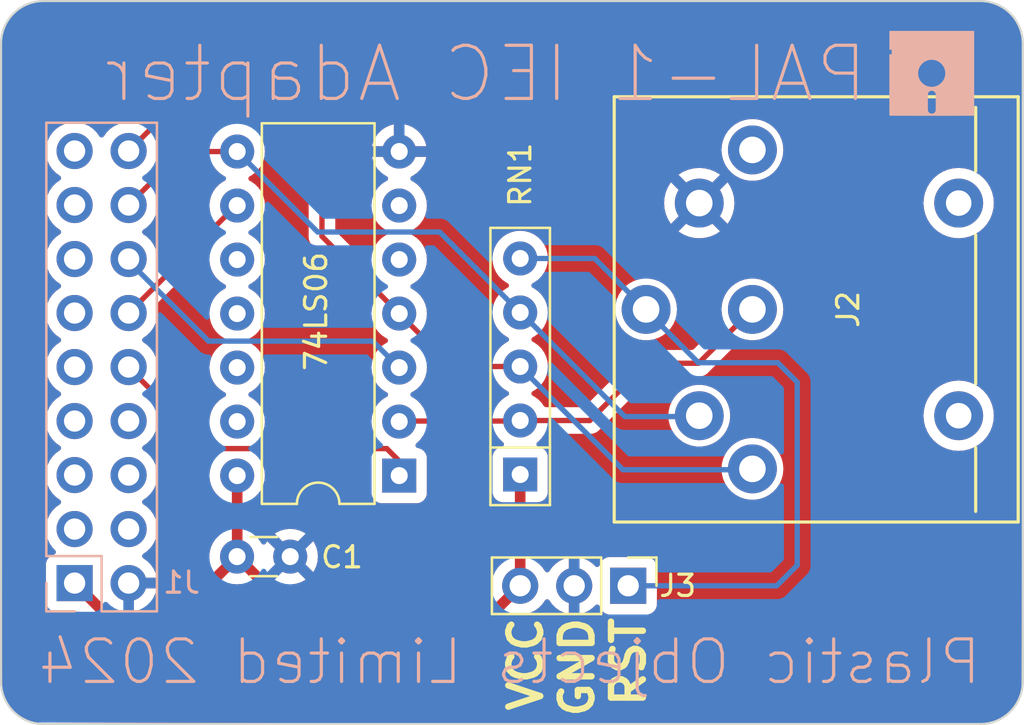
<source format=kicad_pcb>
(kicad_pcb (version 20221018) (generator pcbnew)
  (layers (0 "F.Cu" signal) (31 "B.Cu" signal) (34 "B.Paste" user) (35 "F.Paste" user) (36 "B.SilkS" user "B.Silkscreen") (37 "F.SilkS" user "F.Silkscreen") (38 "B.Mask" user) (39 "F.Mask" user) (44 "Edge.Cuts" user))
  (net 0 "")
  (net 1 "VCC")
  (net 2 "GND")
  (net 10 "PA3")
  (net 12 "PA4")
  (net 14 "PA5")
  (net 16 "CLK")
  (net 18 "DATA")
  (net 19 "~{RESET}")
  (net 20 "/SRQ")
  (net 21 "ATT")
  (footprint "Connector_PinHeader_2.54mm:PinHeader_1x03_P2.54mm_Vertical" (layer "F.Cu") (at 186.944 110.9726 -90)
    (fp_text reference "J3" (at 0 -2.33 -180) (layer "F.SilkS"))
    (fp_text value "Conn_Ext")
    (fp_line (start -1.33 -1.33) (end 0 -1.33) (stroke (width 0.12)) (layer "F.SilkS"))
    (fp_line (start -1.33 0) (end -1.33 -1.33) (stroke (width 0.12)) (layer "F.SilkS"))
    (fp_line (start -1.33 1.27) (end -1.33 6.41) (stroke (width 0.12)) (layer "F.SilkS"))
    (fp_line (start -1.33 1.27) (end 1.33 1.27) (stroke (width 0.12)) (layer "F.SilkS"))
    (fp_line (start -1.33 6.41) (end 1.33 6.41) (stroke (width 0.12)) (layer "F.SilkS"))
    (fp_line (start 1.33 1.27) (end 1.33 6.41) (stroke (width 0.12)) (layer "F.SilkS"))
    (pad "1" thru_hole rect (at 0 0 270) (size 1.7 1.7) (drill 1) (layers "*.Cu" "*.Mask") (net 19 "~{RESET}"))
    (pad "2" thru_hole oval (at 0 2.54 270) (size 1.7 1.7) (drill 1) (layers "*.Cu" "*.Mask") (net 2 "GND"))
    (pad "3" thru_hole oval (at 0 5.08 270) (size 1.7 1.7) (drill 1) (layers "*.Cu" "*.Mask") (net 1 "VCC"))
  )
  (footprint "Capacitor_THT:C_Disc_D3.0mm_W1.6mm_P2.50mm" (layer "F.Cu") (at 168.549 109.601)
    (fp_text reference "C1" (at 4.933 0.0254) (layer "F.SilkS"))
    (fp_text value "0.1uF")
    (fp_line (start 0.621 -0.92) (end 1.879 -0.92) (stroke (width 0.12)) (layer "F.SilkS"))
    (fp_line (start 0.621 0.92) (end 1.879 0.92) (stroke (width 0.12)) (layer "F.SilkS"))
    (pad "1" thru_hole circle (at 0 0) (size 1.6 1.6) (drill 0.8) (layers "*.Cu" "*.Mask") (net 1 "VCC"))
    (pad "2" thru_hole circle (at 2.5 0) (size 1.6 1.6) (drill 0.8) (layers "*.Cu" "*.Mask") (net 2 "GND"))
  )
  (footprint "Commodore:DIN-6" (layer "F.Cu") (at 192.786 97.9748 -90)
    (fp_text reference "J2" (at 0 -4.5 90) (layer "F.SilkS"))
    (fp_text value "DIN-6")
    (fp_line (start -10 -12.5) (end -10 6.5) (stroke (width 0.15)) (layer "F.SilkS"))
    (fp_line (start -10 6.5) (end 10 6.5) (stroke (width 0.15)) (layer "F.SilkS"))
    (fp_line (start -9.5 -10.5) (end -6.5 -10.5) (stroke (width 0.15)) (layer "F.SilkS"))
    (fp_line (start -3.5 -10.5) (end 3.5 -10.5) (stroke (width 0.15)) (layer "F.SilkS"))
    (fp_line (start 6.5 -10.5) (end 9.5 -10.5) (stroke (width 0.15)) (layer "F.SilkS"))
    (fp_line (start 10 -12.5) (end -10 -12.5) (stroke (width 0.15)) (layer "F.SilkS"))
    (fp_line (start 10 6.5) (end 10 -12.5) (stroke (width 0.15)) (layer "F.SilkS"))
    (pad "" thru_hole circle (at -5 -9.7 270) (size 2.3 2.3) (drill 1.2) (layers "*.Cu" "*.Mask"))
    (pad "" thru_hole circle (at 5 -9.7 270) (size 2.3 2.3) (drill 1.2) (layers "*.Cu" "*.Mask"))
    (pad "1" thru_hole circle (at -7.5 0 270) (size 2.3 2.3) (drill 1.25) (layers "*.Cu" "*.Mask") (net 20 "/SRQ") (clearance 0.3))
    (pad "2" thru_hole circle (at -5 2.5 270) (size 2.3 2.3) (drill 1.25) (layers "*.Cu" "*.Mask") (net 2 "GND") (clearance 0.3))
    (pad "3" thru_hole circle (at 0 0 270) (size 2.3 2.3) (drill 1.25) (layers "*.Cu" "*.Mask") (net 21 "ATT") (clearance 0.3))
    (pad "4" thru_hole circle (at 5 2.5 270) (size 2.3 2.3) (drill 1.25) (layers "*.Cu" "*.Mask") (net 16 "CLK") (clearance 0.3))
    (pad "5" thru_hole circle (at 7.5 0) (size 2.3 2.3) (drill 1.25) (layers "*.Cu" "*.Mask") (net 18 "DATA") (clearance 0.3))
    (pad "6" thru_hole circle (at 0 5 270) (size 2.3 2.3) (drill 1.25) (layers "*.Cu" "*.Mask") (net 19 "~{RESET}") (clearance 0.3))
  )
  (footprint "Package_DIP:DIP-14_W7.62mm" (layer "F.Cu") (at 176.1744 105.791 180)
    (fp_text reference "U1" hide)
    (fp_text value "74LS06" (at 3.9116 7.7216 90) (layer "F.SilkS"))
    (fp_line (start 1.16 -1.33) (end 1.16 16.57) (stroke (width 0.12)) (layer "F.SilkS"))
    (fp_line (start 1.16 16.57) (end 6.46 16.57) (stroke (width 0.12)) (layer "F.SilkS"))
    (fp_line (start 2.81 -1.33) (end 1.16 -1.33) (stroke (width 0.12)) (layer "F.SilkS"))
    (fp_line (start 6.46 -1.33) (end 4.81 -1.33) (stroke (width 0.12)) (layer "F.SilkS"))
    (fp_line (start 6.46 16.57) (end 6.46 -1.33) (stroke (width 0.12)) (layer "F.SilkS"))
    (fp_arc (start 4.81 -1.33) (mid 3.81 -0.33) (end 2.81 -1.33) (stroke (width 0.12)) (layer "F.SilkS"))
    (pad "1" thru_hole rect (at 0 0 180) (size 1.6 1.6) (drill 0.8) (layers "*.Cu" "*.Mask") (net 10 "PA3"))
    (pad "2" thru_hole oval (at 0 2.54 180) (size 1.6 1.6) (drill 0.8) (layers "*.Cu" "*.Mask") (net 21 "ATT"))
    (pad "3" thru_hole oval (at 0 5.08 180) (size 1.6 1.6) (drill 0.8) (layers "*.Cu" "*.Mask") (net 14 "PA5"))
    (pad "4" thru_hole oval (at 0 7.62 180) (size 1.6 1.6) (drill 0.8) (layers "*.Cu" "*.Mask") (net 18 "DATA"))
    (pad "5" thru_hole oval (at 0 10.16 180) (size 1.6 1.6) (drill 0.8) (layers "*.Cu" "*.Mask"))
    (pad "6" thru_hole oval (at 0 12.7 180) (size 1.6 1.6) (drill 0.8) (layers "*.Cu" "*.Mask"))
    (pad "7" thru_hole oval (at 0 15.24 180) (size 1.6 1.6) (drill 0.8) (layers "*.Cu" "*.Mask") (net 2 "GND"))
    (pad "8" thru_hole oval (at 7.62 15.24 180) (size 1.6 1.6) (drill 0.8) (layers "*.Cu" "*.Mask") (net 16 "CLK"))
    (pad "9" thru_hole oval (at 7.62 12.7 180) (size 1.6 1.6) (drill 0.8) (layers "*.Cu" "*.Mask") (net 12 "PA4"))
    (pad "10" thru_hole oval (at 7.62 10.16 180) (size 1.6 1.6) (drill 0.8) (layers "*.Cu" "*.Mask"))
    (pad "11" thru_hole oval (at 7.62 7.62 180) (size 1.6 1.6) (drill 0.8) (layers "*.Cu" "*.Mask"))
    (pad "12" thru_hole oval (at 7.62 5.08 180) (size 1.6 1.6) (drill 0.8) (layers "*.Cu" "*.Mask"))
    (pad "13" thru_hole oval (at 7.62 2.54 180) (size 1.6 1.6) (drill 0.8) (layers "*.Cu" "*.Mask"))
    (pad "14" thru_hole oval (at 7.62 0 180) (size 1.6 1.6) (drill 0.8) (layers "*.Cu" "*.Mask") (net 1 "VCC"))
  )
  (footprint "Resistor_THT:R_Array_SIP5" (layer "F.Cu") (at 181.864 105.7402 90)
    (fp_text reference "RN1" (at 14.097 0 90) (layer "F.SilkS"))
    (fp_text value "1K" hide)
    (fp_line (start -1.44 -1.4) (end -1.44 1.4) (stroke (width 0.12)) (layer "F.SilkS"))
    (fp_line (start -1.44 1.4) (end 11.6 1.4) (stroke (width 0.12)) (layer "F.SilkS"))
    (fp_line (start 1.27 -1.4) (end 1.27 1.4) (stroke (width 0.12)) (layer "F.SilkS"))
    (fp_line (start 11.6 -1.4) (end -1.44 -1.4) (stroke (width 0.12)) (layer "F.SilkS"))
    (fp_line (start 11.6 1.4) (end 11.6 -1.4) (stroke (width 0.12)) (layer "F.SilkS"))
    (pad "1" thru_hole rect (at 0 0 90) (size 1.6 1.6) (drill 0.8) (layers "*.Cu" "*.Mask") (net 1 "VCC"))
    (pad "2" thru_hole oval (at 2.54 0 90) (size 1.6 1.6) (drill 0.8) (layers "*.Cu" "*.Mask") (net 21 "ATT"))
    (pad "3" thru_hole oval (at 5.08 0 90) (size 1.6 1.6) (drill 0.8) (layers "*.Cu" "*.Mask") (net 18 "DATA"))
    (pad "4" thru_hole oval (at 7.62 0 90) (size 1.6 1.6) (drill 0.8) (layers "*.Cu" "*.Mask") (net 16 "CLK"))
    (pad "5" thru_hole oval (at 10.16 0 90) (size 1.6 1.6) (drill 0.8) (layers "*.Cu" "*.Mask") (net 19 "~{RESET}"))
  )
  (footprint "Connector_PinHeader_2.54mm:PinHeader_2x09_P2.54mm_Vertical" (layer "B.Cu") (at 160.909 110.8456)
    (fp_text reference "J1" (at 5.0292 -0.0254) (layer "B.SilkS") (effects (justify mirror)))
    (fp_text value "Conn_RIOT")
    (fp_line (start -1.33 -21.65) (end 3.87 -21.65) (stroke (width 0.12)) (layer "B.SilkS"))
    (fp_line (start -1.33 -1.27) (end -1.33 -21.65) (stroke (width 0.12)) (layer "B.SilkS"))
    (fp_line (start -1.33 -1.27) (end 1.27 -1.27) (stroke (width 0.12)) (layer "B.SilkS"))
    (fp_line (start -1.33 0) (end -1.33 1.33) (stroke (width 0.12)) (layer "B.SilkS"))
    (fp_line (start -1.33 1.33) (end 0 1.33) (stroke (width 0.12)) (layer "B.SilkS"))
    (fp_line (start 1.27 -1.27) (end 1.27 1.33) (stroke (width 0.12)) (layer "B.SilkS"))
    (fp_line (start 1.27 1.33) (end 3.87 1.33) (stroke (width 0.12)) (layer "B.SilkS"))
    (fp_line (start 3.87 1.33) (end 3.87 -21.65) (stroke (width 0.12)) (layer "B.SilkS"))
    (pad "1" thru_hole rect (at 0 0) (size 1.7 1.7) (drill 1) (layers "*.Cu" "*.Mask") (net 1 "VCC"))
    (pad "2" thru_hole oval (at 2.54 0) (size 1.7 1.7) (drill 1) (layers "*.Cu" "*.Mask") (net 2 "GND"))
    (pad "3" thru_hole oval (at 0 -2.54) (size 1.7 1.7) (drill 1) (layers "*.Cu" "*.Mask"))
    (pad "4" thru_hole oval (at 2.54 -2.54) (size 1.7 1.7) (drill 1) (layers "*.Cu" "*.Mask"))
    (pad "5" thru_hole oval (at 0 -5.08) (size 1.7 1.7) (drill 1) (layers "*.Cu" "*.Mask"))
    (pad "6" thru_hole oval (at 2.54 -5.08) (size 1.7 1.7) (drill 1) (layers "*.Cu" "*.Mask"))
    (pad "7" thru_hole oval (at 0 -7.62) (size 1.7 1.7) (drill 1) (layers "*.Cu" "*.Mask"))
    (pad "8" thru_hole oval (at 2.54 -7.62) (size 1.7 1.7) (drill 1) (layers "*.Cu" "*.Mask"))
    (pad "9" thru_hole oval (at 0 -10.16) (size 1.7 1.7) (drill 1) (layers "*.Cu" "*.Mask"))
    (pad "10" thru_hole oval (at 2.54 -10.16) (size 1.7 1.7) (drill 1) (layers "*.Cu" "*.Mask") (net 10 "PA3"))
    (pad "11" thru_hole oval (at 0 -12.7) (size 1.7 1.7) (drill 1) (layers "*.Cu" "*.Mask"))
    (pad "12" thru_hole oval (at 2.54 -12.7) (size 1.7 1.7) (drill 1) (layers "*.Cu" "*.Mask") (net 12 "PA4"))
    (pad "13" thru_hole oval (at 0 -15.24) (size 1.7 1.7) (drill 1) (layers "*.Cu" "*.Mask"))
    (pad "14" thru_hole oval (at 2.54 -15.24) (size 1.7 1.7) (drill 1) (layers "*.Cu" "*.Mask") (net 14 "PA5"))
    (pad "15" thru_hole oval (at 0 -17.78) (size 1.7 1.7) (drill 1) (layers "*.Cu" "*.Mask"))
    (pad "16" thru_hole oval (at 2.54 -17.78) (size 1.7 1.7) (drill 1) (layers "*.Cu" "*.Mask") (net 16 "CLK"))
    (pad "17" thru_hole oval (at 0 -20.32) (size 1.7 1.7) (drill 1) (layers "*.Cu" "*.Mask"))
    (pad "18" thru_hole oval (at 2.54 -20.32) (size 1.7 1.7) (drill 1) (layers "*.Cu" "*.Mask") (net 18 "DATA"))
  )
  (footprint "LOGO" (layer "B.Cu") (at 201.2188 86.868 180)
    (fp_text reference "G***" hide)
    (fp_text value "LOGO" hide)
    (fp_poly (pts (xy 1.990374 1.549191) (xy 1.990374 1.108008) (xy 1.936489 1.10464) (xy 1.882604 1.101272) (xy 1.882604 0.99687) (xy 1.882604 0.892468) (xy 1.938173 0.890512) (xy 1.993742 0.888556) (xy 1.993742 -0.552196) (xy 1.993718 -0.690535) (xy 1.99365 -0.825288) (xy 1.993539 -0.955838) (xy 1.993387 -1.081565) (xy 1.993196 -1.201852) (xy 1.992969 -1.31608) (xy 1.992707 -1.42363) (xy 1.992414 -1.523886) (xy 1.992091 -1.616228) (xy 1.991739 -1.700038) (xy 1.991362 -1.774698) (xy 1.990962 -1.83959) (xy 1.990541 -1.894095) (xy 1.9901 -1.937596) (xy 1.989642 -1.969473) (xy 1.98917 -1.989109) (xy 1.98869 -1.995883) (xy 1.981278 -1.996339) (xy 1.961083 -1.996787) (xy 1.928792 -1.997226) (xy 1.885094 -1.997654) (xy 1.830675 -1.998072) (xy 1.766224 -1.998477) (xy 1.692429 -1.998868) (xy 1.609977 -1.999246) (xy 1.519556 -1.999608) (xy 1.421854 -1.999954) (xy 1.317559 -2.000282) (xy 1.207358 -2.000591) (xy 1.09194 -2.000881) (xy 0.971992 -2.00115) (xy 0.848202 -2.001398) (xy 0.721257 -2.001622) (xy 0.591846 -2.001823) (xy 0.460656 -2.001999) (xy 0.328375 -2.00215) (xy 0.195692 -2.002273) (xy 0.063292 -2.002368) (xy -0.068134 -2.002434) (xy -0.197901 -2.00247) (xy -0.325319 -2.002475) (xy -0.449701 -2.002448) (xy -0.57036 -2.002387) (xy -0.686607 -2.002292) (xy -0.797755 -2.002162) (xy -0.903117 -2.001995) (xy -1.002003 -2.001791) (xy -1.093726 -2.001548) (xy -1.177599 -2.001266) (xy -1.252934 -2.000943) (xy -1.269663 -2.000859) (xy -1.99711 -1.99711) (xy -1.99711 -1.576571) (xy -0.187888 -1.576571) (xy -0.187525 -1.630195) (xy -0.186677 -1.674663) (xy -0.185235 -1.711051) (xy -0.183089 -1.740441) (xy -0.180129 -1.763909) (xy -0.176245 -1.782534) (xy -0.171327 -1.797395) (xy -0.165265 -1.809571) (xy -0.157948 -1.82014) (xy -0.149268 -1.830181) (xy -0.139113 -1.840771) (xy -0.136883 -1.843063) (xy -0.103133 -1.872221) (xy -0.06801 -1.890031) (xy -0.027509 -1.898175) (xy -0.003368 -1.899148) (xy 0.039168 -1.895993) (xy 0.072201 -1.886247) (xy 0.072286 -1.886208) (xy 0.106112 -1.865027) (xy 0.136779 -1.835259) (xy 0.160501 -1.801073) (xy 0.170525 -1.77808) (xy 0.172962 -1.769394) (xy 0.175028 -1.758904) (xy 0.176753 -1.745496) (xy 0.178166 -1.728059) (xy 0.179298 -1.70548) (xy 0.180178 -1.676646) (xy 0.180836 -1.640446) (xy 0.181303 -1.595766) (xy 0.181608 -1.541496) (xy 0.181782 -1.476521) (xy 0.181854 -1.399731) (xy 0.181861 -1.357653) (xy 0.181847 -1.272011) (xy 0.181743 -1.198743) (xy 0.181456 -1.136753) (xy 0.180892 -1.084944) (xy 0.179958 -1.042219) (xy 0.17856 -1.007482) (xy 0.176607 -0.979635) (xy 0.174003 -0.957582) (xy 0.170657 -0.940226) (xy 0.166475 -0.926471) (xy 0.161363 -0.915219) (xy 0.155228 -0.905374) (xy 0.147978 -0.895839) (xy 0.141971 -0.888498) (xy 0.124884 -0.871892) (xy 0.101828 -0.854503) (xy 0.08659 -0.845095) (xy 0.0649 -0.834211) (xy 0.045621 -0.828163) (xy 0.023024 -0.825639) (xy 0 -0.82527) (xy -0.050782 -0.830982) (xy -0.094301 -0.847972) (xy -0.131039 -0.876529) (xy -0.161478 -0.91694) (xy -0.165561 -0.924098) (xy -0.18523 -0.959825) (xy -0.187174 -1.349971) (xy -0.187603 -1.437538) (xy -0.187878 -1.512711) (xy -0.187888 -1.576571) (xy -1.99711 -1.576571) (xy -1.99711 -0.138081) (xy -1.178733 -0.138081) (xy -1.175365 -0.141448) (xy -1.171997 -0.138081) (xy -1.175365 -0.134713) (xy -1.178733 -0.138081) (xy -1.99711 -0.138081) (xy -1.99711 -0.003368) (xy -1.99711 0.004672) (xy -0.637253 0.004672) (xy -0.631605 -0.084144) (xy -0.630004 -0.09525) (xy -0.624919 -0.126243) (xy -0.619978 -0.152455) (xy -0.615781 -0.170931) (xy -0.613141 -0.178494) (xy -0.608318 -0.18828) (xy -0.601342 -0.206362) (xy -0.596122 -0.221586) (xy -0.566492 -0.291985) (xy -0.525102 -0.359983) (xy -0.473644 -0.423891) (xy -0.413812 -0.482023) (xy -0.347297 -0.532693) (xy -0.275792 -0.574213) (xy -0.217044 -0.59938) (xy -0.126649 -0.625308) (xy -0.035943 -0.637832) (xy 0.054813 -0.636929) (xy 0.109759 -0.629832) (xy 0.1988 -0.607705) (xy 0.282262 -0.573853) (xy 0.359233 -0.529189) (xy 0.428799 -0.474626) (xy 0.490049 -0.411076) (xy 0.542069 -0.339452) (xy 0.583947 -0.260666) (xy 0.61477 -0.175631) (xy 0.629832 -0.10976) (xy 0.63891 -0.020294) (xy 0.635258 0.067524) (xy 0.619601 0.152672) (xy 0.592666 0.234126) (xy 0.55518 0.310863) (xy 0.507867 0.381859) (xy 0.451456 0.446092) (xy 0.386671 0.502537) (xy 0.314238 0.550172) (xy 0.234885 0.587972) (xy 0.149338 0.614916) (xy 0.109759 0.623096) (xy 0.020287 0.632323) (xy -0.066966 0.629059) (xy -0.151148 0.614129) (xy -0.231411 0.588358) (xy -0.306905 0.552571) (xy -0.376781 0.507593) (xy -0.440189 0.454248) (xy -0.496281 0.393362) (xy -0.544206 0.325758) (xy -0.583115 0.252263) (xy -0.612159 0.1737) (xy -0.630488 0.090895) (xy -0.637253 0.004672) (xy -1.99711 0.004672) (xy -1.99711 1.990373) (xy -0.003368 1.990373) (xy 1.990374 1.990373)) (fill solid) (layer "B.SilkS"))
  )
  (gr_arc (start 157.45 85.473738) (mid 158.035786 84.059524) (end 159.45 83.473738) (stroke (width 0.1)) (layer "Edge.Cuts"))
  (gr_arc (start 203.5 83.473738) (mid 204.91422 84.059518) (end 205.5 85.473738) (stroke (width 0.1)) (layer "Edge.Cuts"))
  (gr_arc (start 159.45 117.473738) (mid 158.035786 116.887952) (end 157.45 115.473738) (stroke (width 0.1)) (layer "Edge.Cuts"))
  (gr_arc (start 205.5 115.473738) (mid 204.914214 116.887952) (end 203.5 117.473738) (stroke (width 0.1)) (layer "Edge.Cuts"))
  (gr_line (start 159.45 117.473738) (end 203.5 117.473738) (stroke (width 0.1)) (layer "Edge.Cuts"))
  (gr_line (start 205.5 85.473738) (end 205.5 115.473738) (stroke (width 0.1)) (layer "Edge.Cuts"))
  (gr_line (start 159.45 83.473738) (end 203.5 83.473738) (stroke (width 0.1)) (layer "Edge.Cuts"))
  (gr_line (start 157.45 85.473738) (end 157.45 115.473738) (stroke (width 0.1)) (layer "Edge.Cuts"))
  (gr_text "Plastic Objects Limited 2024" (at 203.6572 115.7224) (layer "B.SilkS") (effects (font (size 2 2)) (justify left bottom mirror)))
  (gr_text "PAL-1 IEC Adapter" (at 198.3232 88.3666) (layer "B.SilkS") (effects (font (size 2.5 2.5)) (justify left bottom mirror)))
  (gr_text "VCC\nGND\nRST" (at 187.833 112.3188 90) (layer "F.SilkS") (effects (font (size 1.5 1.5) (thickness 0.3) bold) (justify right bottom)))
  (segment (start 181.864 110.9726) (end 180.3654 112.4712) (width 0.5) (layer "F.Cu") (net 1))
  (segment (start 171.4192 112.4712) (end 168.549 109.601) (width 0.5) (layer "F.Cu") (net 1))
  (segment (start 168.5544 105.791) (end 168.5544 109.581) (width 0.5) (layer "F.Cu") (net 1))
  (segment (start 165.2016 112.4458) (end 165.6588 112.4458) (width 0.5) (layer "F.Cu") (net 1))
  (segment (start 181.864 105.7402) (end 181.864 110.9726) (width 0.5) (layer "F.Cu") (net 1))
  (segment (start 175.9966 112.4712) (end 171.4192 112.4712) (width 0.5) (layer "F.Cu") (net 1))
  (segment (start 160.909 110.8456) (end 162.5092 112.4458) (width 0.5) (layer "F.Cu") (net 1))
  (segment (start 162.5092 112.4458) (end 165.2016 112.4458) (width 0.5) (layer "F.Cu") (net 1))
  (segment (start 180.3654 112.4712) (end 175.9966 112.4712) (width 0.5) (layer "F.Cu") (net 1))
  (segment (start 168.549 109.601) (end 165.7042 112.4458) (width 0.5) (layer "F.Cu") (net 1))
  (segment (start 175.5902 104.521) (end 176.8348 105.7656) (width 0.25) (layer "F.Cu") (net 10))
  (segment (start 163.449 100.711) (end 167.259 104.521) (width 0.25) (layer "F.Cu") (net 10))
  (segment (start 163.449 100.6856) (end 163.449 100.711) (width 0.25) (layer "F.Cu") (net 10))
  (segment (start 167.259 104.521) (end 175.5902 104.521) (width 0.25) (layer "F.Cu") (net 10))
  (segment (start 168.5036 93.091) (end 168.5544 93.091) (width 0.25) (layer "F.Cu") (net 12))
  (segment (start 163.449 98.1456) (end 168.5036 93.091) (width 0.25) (layer "F.Cu") (net 12))
  (segment (start 174.5488 99.4664) (end 167.2082 99.4664) (width 0.25) (layer "B.Cu") (net 14))
  (segment (start 163.449 95.7072) (end 163.449 95.6056) (width 0.25) (layer "B.Cu") (net 14))
  (segment (start 167.2082 99.4664) (end 163.449 95.7072) (width 0.25) (layer "B.Cu") (net 14))
  (segment (start 176.1744 100.711) (end 174.9298 99.4664) (width 0.25) (layer "B.Cu") (net 14))
  (segment (start 174.9298 99.4664) (end 174.5488 99.4664) (width 0.25) (layer "B.Cu") (net 14))
  (segment (start 168.5544 90.551) (end 165.9636 90.551) (width 0.25) (layer "F.Cu") (net 16))
  (segment (start 163.449 93.0656) (end 165.6969 90.8177) (width 0.25) (layer "F.Cu") (net 16))
  (segment (start 165.9636 90.551) (end 165.6969 90.8177) (width 0.25) (layer "F.Cu") (net 16))
  (segment (start 181.8894 98.1202) (end 186.784 103.0148) (width 0.25) (layer "B.Cu") (net 16))
  (segment (start 168.5544 90.551) (end 172.339 94.3356) (width 0.25) (layer "B.Cu") (net 16))
  (segment (start 172.339 94.3356) (end 178.0794 94.3356) (width 0.25) (layer "B.Cu") (net 16))
  (segment (start 178.0794 94.3356) (end 181.864 98.1202) (width 0.25) (layer "B.Cu") (net 16))
  (segment (start 186.784 103.0148) (end 190.2968 103.0148) (width 0.25) (layer "B.Cu") (net 16))
  (segment (start 181.864 98.1202) (end 181.8894 98.1202) (width 0.25) (layer "B.Cu") (net 16))
  (segment (start 164.8714 89.1032) (end 163.449 90.5256) (width 0.25) (layer "F.Cu") (net 18))
  (segment (start 172.5422 91.666791) (end 169.978609 89.1032) (width 0.25) (layer "F.Cu") (net 18))
  (segment (start 178.6636 100.6602) (end 181.864 100.6602) (width 0.25) (layer "F.Cu") (net 18))
  (segment (start 176.1744 98.171) (end 172.5422 94.5388) (width 0.25) (layer "F.Cu") (net 18))
  (segment (start 169.978609 89.1032) (end 164.8714 89.1032) (width 0.25) (layer "F.Cu") (net 18))
  (segment (start 176.1744 98.171) (end 178.6636 100.6602) (width 0.25) (layer "F.Cu") (net 18))
  (segment (start 172.5422 94.5388) (end 172.5422 91.666791) (width 0.25) (layer "F.Cu") (net 18))
  (segment (start 181.864 100.6602) (end 181.864 100.6856) (width 0.25) (layer "B.Cu") (net 18))
  (segment (start 186.6932 105.5148) (end 192.7968 105.5148) (width 0.25) (layer "B.Cu") (net 18))
  (segment (start 181.864 100.6856) (end 186.6932 105.5148) (width 0.25) (layer "B.Cu") (net 18))
  (segment (start 193.929 110.9726) (end 194.8942 110.0074) (width 0.25) (layer "B.Cu") (net 19))
  (segment (start 194.8942 110.0074) (end 194.8942 101.3968) (width 0.25) (layer "B.Cu") (net 19))
  (segment (start 193.9798 100.4824) (end 190.246 100.4824) (width 0.25) (layer "B.Cu") (net 19))
  (segment (start 190.246 100.4824) (end 187.7968 98.0332) (width 0.25) (layer "B.Cu") (net 19))
  (segment (start 187.7968 98.0078) (end 185.3692 95.5802) (width 0.25) (layer "B.Cu") (net 19))
  (segment (start 187.7968 98.0332) (end 187.7968 98.0078) (width 0.25) (layer "B.Cu") (net 19))
  (segment (start 186.944 110.9726) (end 193.929 110.9726) (width 0.25) (layer "B.Cu") (net 19))
  (segment (start 194.8942 101.3968) (end 193.9798 100.4824) (width 0.25) (layer "B.Cu") (net 19))
  (segment (start 185.3692 95.5802) (end 181.864 95.5802) (width 0.25) (layer "B.Cu") (net 19))
  (segment (start 176.8348 103.2256) (end 181.8386 103.2256) (width 0.25) (layer "F.Cu") (net 21))
  (segment (start 185.1406 103.2002) (end 187.833 100.5078) (width 0.25) (layer "F.Cu") (net 21))
  (segment (start 190.253 100.5078) (end 192.786 97.9748) (width 0.25) (layer "F.Cu") (net 21))
  (segment (start 187.833 100.5078) (end 190.253 100.5078) (width 0.25) (layer "F.Cu") (net 21))
  (segment (start 181.864 103.2002) (end 185.1406 103.2002) (width 0.25) (layer "F.Cu") (net 21))
  (zone (net 2) (net_name "GND") (layers "F&B.Cu") (connect_pads (clearance 0.5)) (min_thickness 0.25) (fill yes (thermal_gap 0.5) (thermal_bridge_width 0.5) (island_removal_mode 2) (island_area_min 4))
    (polygon (pts (xy 157.4546 83.439) (xy 205.5622 83.439) (xy 205.4352 117.5004) (xy 157.5054 117.3988)))
  )
)
</source>
